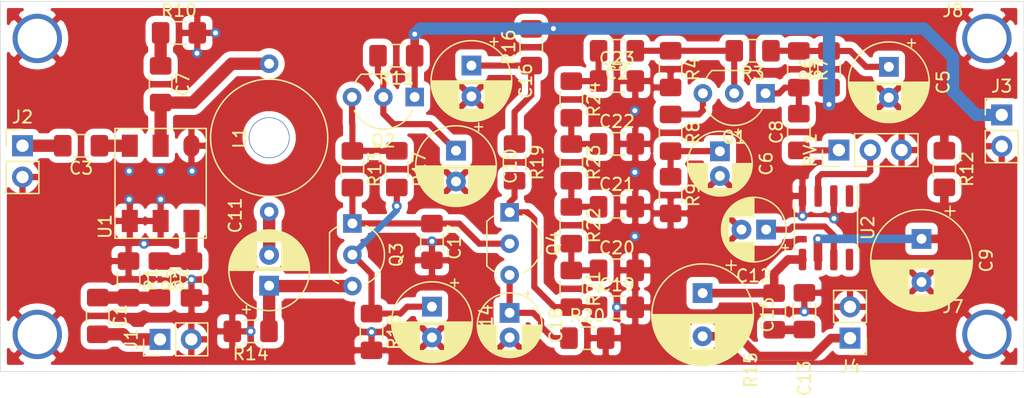
<source format=kicad_pcb>
(kicad_pcb (version 20171130) (host pcbnew 5.1.5+dfsg1-2build2)
  (layers (0 F.Cu signal) (31 B.Cu signal) (34 B.Paste user) (35 F.Paste user) (36 B.SilkS user) (37 F.SilkS user) (38 B.Mask user) (39 F.Mask user) (44 Edge.Cuts user))
  (net 0 "")
  (net 1 "Net-(C1-Pad2)")
  (net 2 "Net-(C1-Pad1)")
  (net 3 /RAW_AUDIO)
  (net 4 "Net-(C2-Pad1)")
  (net 5 /RF)
  (net 6 "Net-(C3-Pad1)")
  (net 7 GND)
  (net 8 +12V)
  (net 9 "Net-(C5-Pad1)")
  (net 10 "Net-(C6-Pad1)")
  (net 11 "Net-(C7-Pad1)")
  (net 12 /IF)
  (net 13 "Net-(C8-Pad1)")
  (net 14 "Net-(C8-Pad2)")
  (net 15 "Net-(C10-Pad1)")
  (net 16 "Net-(C11-Pad2)")
  (net 17 "Net-(C11-Pad1)")
  (net 18 "Net-(C13-Pad1)")
  (net 19 "Net-(C14-Pad1)")
  (net 20 /AUDIO_OUT)
  (net 21 "Net-(C16-Pad1)")
  (net 22 "Net-(C17-Pad1)")
  (net 23 "Net-(C18-Pad1)")
  (net 24 "Net-(C19-Pad1)")
  (net 25 "Net-(C20-Pad1)")
  (net 26 "Net-(C21-Pad1)")
  (net 27 "Net-(C22-Pad1)")
  (net 28 "Net-(Q1-Pad3)")
  (net 29 "Net-(Q2-Pad3)")
  (net 30 /LO)
  (net 31 "Net-(RV1-Pad2)")
  (net 32 "Net-(C9-Pad1)")
  (net 33 "Net-(C12-Pad1)")
  (net 34 "Net-(C15-Pad1)")
  (module dc_receiver:ft37-43-choke (layer F.Cu) (at 59.1 30.05 90)
    (fp_text reference L1 (at 0 -2.4 90) (layer F.SilkS))
    (fp_text value "FT37-43 20T")
    (pad "" np_thru_hole circle (at 0 0 90) (size 3.3 3.3) (drill 3.2) (layers *.Cu))
    (pad 2 thru_hole circle (at -6 0 90) (size 1.5 1.5) (drill 0.8) (layers *.Cu *.Mask) (net 16 "Net-(C11-Pad2)"))
    (pad 1 thru_hole circle (at 6 0 90) (size 1.5 1.5) (drill 0.8) (layers *.Cu *.Mask) (net 12 /IF))
  )
  (module Capacitor_SMD:C_1206_3216Metric_Pad1.42x1.75mm_HandSolder (layer F.Cu) (at 45.2 44.5 270)
    (fp_text reference C1 (at 0 -1.82 90) (layer F.SilkS))
    (fp_text value 10n)
    (pad 2 smd roundrect (at 1.4875 0 270) (size 1.425 1.75) (layers F.Cu F.Paste F.Mask) (roundrect_rratio 0.175439) (net 1 "Net-(C1-Pad2)"))
    (pad 1 smd roundrect (at -1.4875 0 270) (size 1.425 1.75) (layers F.Cu F.Paste F.Mask) (roundrect_rratio 0.175439) (net 2 "Net-(C1-Pad1)"))
  )
  (module Capacitor_SMD:C_1206_3216Metric_Pad1.42x1.75mm_HandSolder (layer F.Cu) (at 87.3 23 180)
    (fp_text reference C2 (at 0 -1.82) (layer F.SilkS))
    (fp_text value 0.220n)
    (pad 2 smd roundrect (at 1.4875 0 180) (size 1.425 1.75) (layers F.Cu F.Paste F.Mask) (roundrect_rratio 0.175439) (net 3 /RAW_AUDIO))
    (pad 1 smd roundrect (at -1.4875 0 180) (size 1.425 1.75) (layers F.Cu F.Paste F.Mask) (roundrect_rratio 0.175439) (net 4 "Net-(C2-Pad1)"))
  )
  (module Capacitor_SMD:C_1206_3216Metric_Pad1.42x1.75mm_HandSolder (layer F.Cu) (at 43.85 30.7 180)
    (fp_text reference C3 (at 0 -1.82) (layer F.SilkS))
    (fp_text value 100n)
    (pad 2 smd roundrect (at 1.4875 0 180) (size 1.425 1.75) (layers F.Cu F.Paste F.Mask) (roundrect_rratio 0.175439) (net 5 /RF))
    (pad 1 smd roundrect (at -1.4875 0 180) (size 1.425 1.75) (layers F.Cu F.Paste F.Mask) (roundrect_rratio 0.175439) (net 6 "Net-(C3-Pad1)"))
  )
  (module Capacitor_THT:CP_Radial_D6.3mm_P2.50mm (layer F.Cu) (at 109.35 24.3 270)
    (fp_text reference C5 (at 1.25 -4.4 90) (layer F.SilkS))
    (fp_text value 22u)
    (pad 1 thru_hole rect (at 0 0 270) (size 1.6 1.6) (drill 0.8) (layers *.Cu *.Mask) (net 9 "Net-(C5-Pad1)"))
    (pad 2 thru_hole circle (at 2.5 0 270) (size 1.6 1.6) (drill 0.8) (layers *.Cu *.Mask) (net 7 GND))
  )
  (module Capacitor_THT:CP_Radial_D5.0mm_P2.00mm (layer F.Cu) (at 95.65 31.15 270)
    (fp_text reference C6 (at 1 -3.75 90) (layer F.SilkS))
    (fp_text value 10u)
    (pad 2 thru_hole circle (at 2 0 270) (size 1.6 1.6) (drill 0.8) (layers *.Cu *.Mask) (net 7 GND))
    (pad 1 thru_hole rect (at 0 0 270) (size 1.6 1.6) (drill 0.8) (layers *.Cu *.Mask) (net 10 "Net-(C6-Pad1)"))
  )
  (module Capacitor_SMD:C_1206_3216Metric_Pad1.42x1.75mm_HandSolder (layer F.Cu) (at 50.3 25.7125 270)
    (fp_text reference C7 (at 0 -1.82 90) (layer F.SilkS))
    (fp_text value 100n)
    (pad 1 smd roundrect (at -1.4875 0 270) (size 1.425 1.75) (layers F.Cu F.Paste F.Mask) (roundrect_rratio 0.175439) (net 11 "Net-(C7-Pad1)"))
    (pad 2 smd roundrect (at 1.4875 0 270) (size 1.425 1.75) (layers F.Cu F.Paste F.Mask) (roundrect_rratio 0.175439) (net 12 /IF))
  )
  (module Capacitor_SMD:C_1206_3216Metric_Pad1.42x1.75mm_HandSolder (layer F.Cu) (at 102.05 29.5875 90)
    (fp_text reference C8 (at 0 -1.82 90) (layer F.SilkS))
    (fp_text value 1u)
    (pad 1 smd roundrect (at -1.4875 0 90) (size 1.425 1.75) (layers F.Cu F.Paste F.Mask) (roundrect_rratio 0.175439) (net 13 "Net-(C8-Pad1)"))
    (pad 2 smd roundrect (at 1.4875 0 90) (size 1.425 1.75) (layers F.Cu F.Paste F.Mask) (roundrect_rratio 0.175439) (net 14 "Net-(C8-Pad2)"))
  )
  (module Capacitor_THT:CP_Radial_D8.0mm_P3.50mm (layer F.Cu) (at 112 38.25 270)
    (fp_text reference C9 (at 1.75 -5.25 90) (layer F.SilkS))
    (fp_text value 100u)
    (pad 1 thru_hole rect (at 0 0 270) (size 1.6 1.6) (drill 0.8) (layers *.Cu *.Mask) (net 32 "Net-(C9-Pad1)"))
    (pad 2 thru_hole circle (at 3.5 0 270) (size 1.6 1.6) (drill 0.8) (layers *.Cu *.Mask) (net 7 GND))
  )
  (module Capacitor_THT:CP_Radial_D6.3mm_P2.50mm (layer F.Cu) (at 74.25 31.1 270)
    (fp_text reference C10 (at 1.25 -4.4 90) (layer F.SilkS))
    (fp_text value 22u)
    (pad 2 thru_hole circle (at 2.5 0 270) (size 1.6 1.6) (drill 0.8) (layers *.Cu *.Mask) (net 7 GND))
    (pad 1 thru_hole rect (at 0 0 270) (size 1.6 1.6) (drill 0.8) (layers *.Cu *.Mask) (net 15 "Net-(C10-Pad1)"))
  )
  (module Capacitor_THT:CP_Radial_D6.3mm_P2.50mm (layer F.Cu) (at 59.1 42.05 90)
    (fp_text reference C11 (at 5.7 -2.75 90) (layer F.SilkS))
    (fp_text value 22u)
    (pad 2 thru_hole circle (at 2.5 0 90) (size 1.6 1.6) (drill 0.8) (layers *.Cu *.Mask) (net 16 "Net-(C11-Pad2)"))
    (pad 1 thru_hole rect (at 0 0 90) (size 1.6 1.6) (drill 0.8) (layers *.Cu *.Mask) (net 17 "Net-(C11-Pad1)"))
  )
  (module Capacitor_THT:CP_Radial_D5.0mm_P2.00mm (layer F.Cu) (at 99.4 37.5 180)
    (fp_text reference C12 (at 1 -3.75) (layer F.SilkS))
    (fp_text value 10u)
    (pad 1 thru_hole rect (at 0 0 180) (size 1.6 1.6) (drill 0.8) (layers *.Cu *.Mask) (net 33 "Net-(C12-Pad1)"))
    (pad 2 thru_hole circle (at 2 0 180) (size 1.6 1.6) (drill 0.8) (layers *.Cu *.Mask) (net 7 GND))
  )
  (module Capacitor_SMD:C_1206_3216Metric_Pad1.42x1.75mm_HandSolder (layer F.Cu) (at 102.5 44.1125 90)
    (fp_text reference C13 (at -5.45 0 90) (layer F.SilkS))
    (fp_text value 100n)
    (pad 1 smd roundrect (at -1.4875 0 90) (size 1.425 1.75) (layers F.Cu F.Paste F.Mask) (roundrect_rratio 0.175439) (net 18 "Net-(C13-Pad1)"))
    (pad 2 smd roundrect (at 1.4875 0 90) (size 1.425 1.75) (layers F.Cu F.Paste F.Mask) (roundrect_rratio 0.175439) (net 7 GND))
  )
  (module Capacitor_THT:CP_Radial_D6.3mm_P2.50mm (layer F.Cu) (at 72.3 43.75 270)
    (fp_text reference C14 (at 1.25 -4.4 90) (layer F.SilkS))
    (fp_text value 22u)
    (pad 1 thru_hole rect (at 0 0 270) (size 1.6 1.6) (drill 0.8) (layers *.Cu *.Mask) (net 19 "Net-(C14-Pad1)"))
    (pad 2 thru_hole circle (at 2.5 0 270) (size 1.6 1.6) (drill 0.8) (layers *.Cu *.Mask) (net 7 GND))
  )
  (module Capacitor_THT:CP_Radial_D8.0mm_P3.50mm (layer F.Cu) (at 94.25 42.65 270)
    (fp_text reference C15 (at 1.75 -5.25 90) (layer F.SilkS))
    (fp_text value 100u)
    (pad 2 thru_hole circle (at 3.5 0 270) (size 1.6 1.6) (drill 0.8) (layers *.Cu *.Mask) (net 20 /AUDIO_OUT))
    (pad 1 thru_hole rect (at 0 0 270) (size 1.6 1.6) (drill 0.8) (layers *.Cu *.Mask) (net 34 "Net-(C15-Pad1)"))
  )
  (module Capacitor_THT:CP_Radial_D6.3mm_P2.50mm (layer F.Cu) (at 75.5 24.2 270)
    (fp_text reference C16 (at 1.25 -4.4 90) (layer F.SilkS))
    (fp_text value 22u)
    (pad 1 thru_hole rect (at 0 0 270) (size 1.6 1.6) (drill 0.8) (layers *.Cu *.Mask) (net 21 "Net-(C16-Pad1)"))
    (pad 2 thru_hole circle (at 2.5 0 270) (size 1.6 1.6) (drill 0.8) (layers *.Cu *.Mask) (net 7 GND))
  )
  (module Capacitor_SMD:C_1206_3216Metric_Pad1.42x1.75mm_HandSolder (layer F.Cu) (at 72.3 38.5 270)
    (fp_text reference C17 (at 0 -1.82 90) (layer F.SilkS))
    (fp_text value 22n)
    (pad 1 smd roundrect (at -1.4875 0 270) (size 1.425 1.75) (layers F.Cu F.Paste F.Mask) (roundrect_rratio 0.175439) (net 22 "Net-(C17-Pad1)"))
    (pad 2 smd roundrect (at 1.4875 0 270) (size 1.425 1.75) (layers F.Cu F.Paste F.Mask) (roundrect_rratio 0.175439) (net 7 GND))
  )
  (module Capacitor_THT:CP_Radial_D5.0mm_P2.00mm (layer F.Cu) (at 78.6 44.25 270)
    (fp_text reference C18 (at 1 -3.75 90) (layer F.SilkS))
    (fp_text value 10u)
    (pad 1 thru_hole rect (at 0 0 270) (size 1.6 1.6) (drill 0.8) (layers *.Cu *.Mask) (net 23 "Net-(C18-Pad1)"))
    (pad 2 thru_hole circle (at 2 0 270) (size 1.6 1.6) (drill 0.8) (layers *.Cu *.Mask) (net 7 GND))
  )
  (module Capacitor_SMD:C_1206_3216Metric_Pad1.42x1.75mm_HandSolder (layer F.Cu) (at 87.3 43.8)
    (fp_text reference C19 (at 0 -1.82) (layer F.SilkS))
    (fp_text value 10n)
    (pad 1 smd roundrect (at -1.4875 0) (size 1.425 1.75) (layers F.Cu F.Paste F.Mask) (roundrect_rratio 0.175439) (net 24 "Net-(C19-Pad1)"))
    (pad 2 smd roundrect (at 1.4875 0) (size 1.425 1.75) (layers F.Cu F.Paste F.Mask) (roundrect_rratio 0.175439) (net 7 GND))
  )
  (module Capacitor_SMD:C_1206_3216Metric_Pad1.42x1.75mm_HandSolder (layer F.Cu) (at 87.3 40.8)
    (fp_text reference C20 (at 0 -1.82) (layer F.SilkS))
    (fp_text value 10n)
    (pad 1 smd roundrect (at -1.4875 0) (size 1.425 1.75) (layers F.Cu F.Paste F.Mask) (roundrect_rratio 0.175439) (net 25 "Net-(C20-Pad1)"))
    (pad 2 smd roundrect (at 1.4875 0) (size 1.425 1.75) (layers F.Cu F.Paste F.Mask) (roundrect_rratio 0.175439) (net 7 GND))
  )
  (module Capacitor_SMD:C_1206_3216Metric_Pad1.42x1.75mm_HandSolder (layer F.Cu) (at 87.3 35.65)
    (fp_text reference C21 (at 0 -1.82) (layer F.SilkS))
    (fp_text value 10n)
    (pad 2 smd roundrect (at 1.4875 0) (size 1.425 1.75) (layers F.Cu F.Paste F.Mask) (roundrect_rratio 0.175439) (net 7 GND))
    (pad 1 smd roundrect (at -1.4875 0) (size 1.425 1.75) (layers F.Cu F.Paste F.Mask) (roundrect_rratio 0.175439) (net 26 "Net-(C21-Pad1)"))
  )
  (module Capacitor_SMD:C_1206_3216Metric_Pad1.42x1.75mm_HandSolder (layer F.Cu) (at 87.3 30.55)
    (fp_text reference C22 (at 0 -1.82) (layer F.SilkS))
    (fp_text value 10n)
    (pad 2 smd roundrect (at 1.4875 0) (size 1.425 1.75) (layers F.Cu F.Paste F.Mask) (roundrect_rratio 0.175439) (net 7 GND))
    (pad 1 smd roundrect (at -1.4875 0) (size 1.425 1.75) (layers F.Cu F.Paste F.Mask) (roundrect_rratio 0.175439) (net 27 "Net-(C22-Pad1)"))
  )
  (module Capacitor_SMD:C_1206_3216Metric_Pad1.42x1.75mm_HandSolder (layer F.Cu) (at 87.3 25.45)
    (fp_text reference C23 (at 0 -1.82) (layer F.SilkS))
    (fp_text value 10n)
    (pad 2 smd roundrect (at 1.4875 0) (size 1.425 1.75) (layers F.Cu F.Paste F.Mask) (roundrect_rratio 0.175439) (net 7 GND))
    (pad 1 smd roundrect (at -1.4875 0) (size 1.425 1.75) (layers F.Cu F.Paste F.Mask) (roundrect_rratio 0.175439) (net 3 /RAW_AUDIO))
  )
  (module Connector_PinHeader_2.54mm:PinHeader_1x02_P2.54mm_Vertical (layer F.Cu) (at 50.25 46.4 90)
    (fp_text reference J1 (at 0 -2.33 90) (layer F.SilkS))
    (fp_text value Conn_01x02)
    (pad 2 thru_hole oval (at 0 2.54 90) (size 1.7 1.7) (drill 1) (layers *.Cu *.Mask) (net 7 GND))
    (pad 1 thru_hole rect (at 0 0 90) (size 1.7 1.7) (drill 1) (layers *.Cu *.Mask) (net 1 "Net-(C1-Pad2)"))
  )
  (module Connector_PinHeader_2.54mm:PinHeader_1x02_P2.54mm_Vertical (layer F.Cu) (at 118.5 28.2)
    (fp_text reference J3 (at 0 -2.33) (layer F.SilkS))
    (fp_text value Conn_01x02)
    (pad 1 thru_hole rect (at 0 0) (size 1.7 1.7) (drill 1) (layers *.Cu *.Mask) (net 8 +12V))
    (pad 2 thru_hole oval (at 0 2.54) (size 1.7 1.7) (drill 1) (layers *.Cu *.Mask) (net 7 GND))
  )
  (module Connector_PinHeader_2.54mm:PinHeader_1x02_P2.54mm_Vertical (layer F.Cu) (at 106.2 46.3 180)
    (fp_text reference J4 (at 0 -2.33) (layer F.SilkS))
    (fp_text value Conn_01x02)
    (pad 2 thru_hole oval (at 0 2.54 180) (size 1.7 1.7) (drill 1) (layers *.Cu *.Mask) (net 7 GND))
    (pad 1 thru_hole rect (at 0 0 180) (size 1.7 1.7) (drill 1) (layers *.Cu *.Mask) (net 20 /AUDIO_OUT))
  )
  (module Package_TO_SOT_THT:TO-92_Inline_Wide (layer F.Cu) (at 99.35 26.45 180)
    (fp_text reference Q1 (at 2.54 -3.56) (layer F.SilkS))
    (fp_text value BC548)
    (pad 1 thru_hole rect (at 0 0 270) (size 1.5 1.5) (drill 0.8) (layers *.Cu *.Mask) (net 14 "Net-(C8-Pad2)"))
    (pad 3 thru_hole circle (at 5.08 0 270) (size 1.5 1.5) (drill 0.8) (layers *.Cu *.Mask) (net 28 "Net-(Q1-Pad3)"))
    (pad 2 thru_hole circle (at 2.54 0 270) (size 1.5 1.5) (drill 0.8) (layers *.Cu *.Mask) (net 4 "Net-(C2-Pad1)"))
  )
  (module Package_TO_SOT_THT:TO-92_Inline_Wide (layer F.Cu) (at 70.9 26.75 180)
    (fp_text reference Q2 (at 2.54 -3.56) (layer F.SilkS))
    (fp_text value BC548)
    (pad 1 thru_hole rect (at 0 0 270) (size 1.5 1.5) (drill 0.8) (layers *.Cu *.Mask) (net 8 +12V))
    (pad 3 thru_hole circle (at 5.08 0 270) (size 1.5 1.5) (drill 0.8) (layers *.Cu *.Mask) (net 29 "Net-(Q2-Pad3)"))
    (pad 2 thru_hole circle (at 2.54 0 270) (size 1.5 1.5) (drill 0.8) (layers *.Cu *.Mask) (net 15 "Net-(C10-Pad1)"))
  )
  (module Package_TO_SOT_THT:TO-92_Inline_Wide (layer F.Cu) (at 65.85 37 270)
    (fp_text reference Q3 (at 2.54 -3.56 90) (layer F.SilkS))
    (fp_text value BC548)
    (pad 2 thru_hole circle (at 2.54 0) (size 1.5 1.5) (drill 0.8) (layers *.Cu *.Mask) (net 19 "Net-(C14-Pad1)"))
    (pad 3 thru_hole circle (at 5.08 0) (size 1.5 1.5) (drill 0.8) (layers *.Cu *.Mask) (net 17 "Net-(C11-Pad1)"))
    (pad 1 thru_hole rect (at 0 0) (size 1.5 1.5) (drill 0.8) (layers *.Cu *.Mask) (net 22 "Net-(C17-Pad1)"))
  )
  (module Package_TO_SOT_THT:TO-92_Inline_Wide (layer F.Cu) (at 78.6 36.1 270)
    (fp_text reference Q4 (at 2.54 -3.56 90) (layer F.SilkS))
    (fp_text value BC548)
    (pad 2 thru_hole circle (at 2.54 0) (size 1.5 1.5) (drill 0.8) (layers *.Cu *.Mask) (net 22 "Net-(C17-Pad1)"))
    (pad 3 thru_hole circle (at 5.08 0) (size 1.5 1.5) (drill 0.8) (layers *.Cu *.Mask) (net 23 "Net-(C18-Pad1)"))
    (pad 1 thru_hole rect (at 0 0) (size 1.5 1.5) (drill 0.8) (layers *.Cu *.Mask) (net 24 "Net-(C19-Pad1)"))
  )
  (module Resistor_SMD:R_1206_3216Metric_Pad1.42x1.75mm_HandSolder (layer F.Cu) (at 47.7 41.5375 270)
    (fp_text reference R1 (at 0 -1.82 90) (layer F.SilkS))
    (fp_text value 270)
    (pad 2 smd roundrect (at 1.4875 0 270) (size 1.425 1.75) (layers F.Cu F.Paste F.Mask) (roundrect_rratio 0.175439) (net 2 "Net-(C1-Pad1)"))
    (pad 1 smd roundrect (at -1.4875 0 270) (size 1.425 1.75) (layers F.Cu F.Paste F.Mask) (roundrect_rratio 0.175439) (net 7 GND))
  )
  (module Resistor_SMD:R_1206_3216Metric_Pad1.42x1.75mm_HandSolder (layer F.Cu) (at 50.2 41.5375 270)
    (fp_text reference R2 (at 0 -1.82 90) (layer F.SilkS))
    (fp_text value 18)
    (pad 1 smd roundrect (at -1.4875 0 270) (size 1.425 1.75) (layers F.Cu F.Paste F.Mask) (roundrect_rratio 0.175439) (net 30 /LO))
    (pad 2 smd roundrect (at 1.4875 0 270) (size 1.425 1.75) (layers F.Cu F.Paste F.Mask) (roundrect_rratio 0.175439) (net 2 "Net-(C1-Pad1)"))
  )
  (module Resistor_SMD:R_1206_3216Metric_Pad1.42x1.75mm_HandSolder (layer F.Cu) (at 98.3 23 180)
    (fp_text reference R3 (at 0 -1.82) (layer F.SilkS))
    (fp_text value 91k)
    (pad 1 smd roundrect (at -1.4875 0 180) (size 1.425 1.75) (layers F.Cu F.Paste F.Mask) (roundrect_rratio 0.175439) (net 9 "Net-(C5-Pad1)"))
    (pad 2 smd roundrect (at 1.4875 0 180) (size 1.425 1.75) (layers F.Cu F.Paste F.Mask) (roundrect_rratio 0.175439) (net 4 "Net-(C2-Pad1)"))
  )
  (module Resistor_SMD:R_1206_3216Metric_Pad1.42x1.75mm_HandSolder (layer F.Cu) (at 91.65 24.4875 270)
    (fp_text reference R4 (at 0 -1.82 90) (layer F.SilkS))
    (fp_text value 10k)
    (pad 1 smd roundrect (at -1.4875 0 270) (size 1.425 1.75) (layers F.Cu F.Paste F.Mask) (roundrect_rratio 0.175439) (net 4 "Net-(C2-Pad1)"))
    (pad 2 smd roundrect (at 1.4875 0 270) (size 1.425 1.75) (layers F.Cu F.Paste F.Mask) (roundrect_rratio 0.175439) (net 7 GND))
  )
  (module Resistor_SMD:R_1206_3216Metric_Pad1.42x1.75mm_HandSolder (layer F.Cu) (at 52.8 41.55 90)
    (fp_text reference R5 (at 0 -1.82 90) (layer F.SilkS))
    (fp_text value 270)
    (pad 1 smd roundrect (at -1.4875 0 90) (size 1.425 1.75) (layers F.Cu F.Paste F.Mask) (roundrect_rratio 0.175439) (net 7 GND))
    (pad 2 smd roundrect (at 1.4875 0 90) (size 1.425 1.75) (layers F.Cu F.Paste F.Mask) (roundrect_rratio 0.175439) (net 30 /LO))
  )
  (module Resistor_SMD:R_1206_3216Metric_Pad1.42x1.75mm_HandSolder (layer F.Cu) (at 104.5 24.5 90)
    (fp_text reference R6 (at 0 -1.82 90) (layer F.SilkS))
    (fp_text value 1k)
    (pad 2 smd roundrect (at 1.4875 0 90) (size 1.425 1.75) (layers F.Cu F.Paste F.Mask) (roundrect_rratio 0.175439) (net 9 "Net-(C5-Pad1)"))
    (pad 1 smd roundrect (at -1.4875 0 90) (size 1.425 1.75) (layers F.Cu F.Paste F.Mask) (roundrect_rratio 0.175439) (net 8 +12V))
  )
  (module Resistor_SMD:R_1206_3216Metric_Pad1.42x1.75mm_HandSolder (layer F.Cu) (at 102.05 24.5 270)
    (fp_text reference R7 (at 0 -1.82 90) (layer F.SilkS))
    (fp_text value 4.7k)
    (pad 2 smd roundrect (at 1.4875 0 270) (size 1.425 1.75) (layers F.Cu F.Paste F.Mask) (roundrect_rratio 0.175439) (net 14 "Net-(C8-Pad2)"))
    (pad 1 smd roundrect (at -1.4875 0 270) (size 1.425 1.75) (layers F.Cu F.Paste F.Mask) (roundrect_rratio 0.175439) (net 9 "Net-(C5-Pad1)"))
  )
  (module Resistor_SMD:R_1206_3216Metric_Pad1.42x1.75mm_HandSolder (layer F.Cu) (at 91.65 29.65 270)
    (fp_text reference R8 (at 0 -1.82 90) (layer F.SilkS))
    (fp_text value 100)
    (pad 2 smd roundrect (at 1.4875 0 270) (size 1.425 1.75) (layers F.Cu F.Paste F.Mask) (roundrect_rratio 0.175439) (net 10 "Net-(C6-Pad1)"))
    (pad 1 smd roundrect (at -1.4875 0 270) (size 1.425 1.75) (layers F.Cu F.Paste F.Mask) (roundrect_rratio 0.175439) (net 28 "Net-(Q1-Pad3)"))
  )
  (module Resistor_SMD:R_1206_3216Metric_Pad1.42x1.75mm_HandSolder (layer F.Cu) (at 91.65 34.7 270)
    (fp_text reference R9 (at 0 -1.82 90) (layer F.SilkS))
    (fp_text value 390)
    (pad 2 smd roundrect (at 1.4875 0 270) (size 1.425 1.75) (layers F.Cu F.Paste F.Mask) (roundrect_rratio 0.175439) (net 7 GND))
    (pad 1 smd roundrect (at -1.4875 0 270) (size 1.425 1.75) (layers F.Cu F.Paste F.Mask) (roundrect_rratio 0.175439) (net 10 "Net-(C6-Pad1)"))
  )
  (module Resistor_SMD:R_1206_3216Metric_Pad1.42x1.75mm_HandSolder (layer F.Cu) (at 51.7875 21.55)
    (fp_text reference R10 (at 0 -1.82) (layer F.SilkS))
    (fp_text value 51)
    (pad 1 smd roundrect (at -1.4875 0) (size 1.425 1.75) (layers F.Cu F.Paste F.Mask) (roundrect_rratio 0.175439) (net 11 "Net-(C7-Pad1)"))
    (pad 2 smd roundrect (at 1.4875 0) (size 1.425 1.75) (layers F.Cu F.Paste F.Mask) (roundrect_rratio 0.175439) (net 7 GND))
  )
  (module Resistor_SMD:R_1206_3216Metric_Pad1.42x1.75mm_HandSolder (layer F.Cu) (at 69.4125 23.4 180)
    (fp_text reference R11 (at 0 -1.82) (layer F.SilkS))
    (fp_text value 100k)
    (pad 2 smd roundrect (at 1.4875 0 180) (size 1.425 1.75) (layers F.Cu F.Paste F.Mask) (roundrect_rratio 0.175439) (net 15 "Net-(C10-Pad1)"))
    (pad 1 smd roundrect (at -1.4875 0 180) (size 1.425 1.75) (layers F.Cu F.Paste F.Mask) (roundrect_rratio 0.175439) (net 8 +12V))
  )
  (module Resistor_SMD:R_1206_3216Metric_Pad1.42x1.75mm_HandSolder (layer F.Cu) (at 113.85 32.5875 270)
    (fp_text reference R12 (at 0 -1.82 90) (layer F.SilkS))
    (fp_text value 10)
    (pad 2 smd roundrect (at 1.4875 0 270) (size 1.425 1.75) (layers F.Cu F.Paste F.Mask) (roundrect_rratio 0.175439) (net 32 "Net-(C9-Pad1)"))
    (pad 1 smd roundrect (at -1.4875 0 270) (size 1.425 1.75) (layers F.Cu F.Paste F.Mask) (roundrect_rratio 0.175439) (net 8 +12V))
  )
  (module Resistor_SMD:R_1206_3216Metric_Pad1.42x1.75mm_HandSolder (layer F.Cu) (at 65.85 32.6125 270)
    (fp_text reference R13 (at 0 -1.82 90) (layer F.SilkS))
    (fp_text value 10k)
    (pad 2 smd roundrect (at 1.4875 0 270) (size 1.425 1.75) (layers F.Cu F.Paste F.Mask) (roundrect_rratio 0.175439) (net 22 "Net-(C17-Pad1)"))
    (pad 1 smd roundrect (at -1.4875 0 270) (size 1.425 1.75) (layers F.Cu F.Paste F.Mask) (roundrect_rratio 0.175439) (net 29 "Net-(Q2-Pad3)"))
  )
  (module Resistor_SMD:R_1206_3216Metric_Pad1.42x1.75mm_HandSolder (layer F.Cu) (at 57.6 45.75 180)
    (fp_text reference R14 (at 0 -1.82) (layer F.SilkS))
    (fp_text value 2.2k)
    (pad 1 smd roundrect (at -1.4875 0 180) (size 1.425 1.75) (layers F.Cu F.Paste F.Mask) (roundrect_rratio 0.175439) (net 17 "Net-(C11-Pad1)"))
    (pad 2 smd roundrect (at 1.4875 0 180) (size 1.425 1.75) (layers F.Cu F.Paste F.Mask) (roundrect_rratio 0.175439) (net 7 GND))
  )
  (module Resistor_SMD:R_1206_3216Metric_Pad1.42x1.75mm_HandSolder (layer F.Cu) (at 100.05 44.1375 270)
    (fp_text reference R15 (at 4.75 1.9 90) (layer F.SilkS))
    (fp_text value 10)
    (pad 1 smd roundrect (at -1.4875 0 270) (size 1.425 1.75) (layers F.Cu F.Paste F.Mask) (roundrect_rratio 0.175439) (net 34 "Net-(C15-Pad1)"))
    (pad 2 smd roundrect (at 1.4875 0 270) (size 1.425 1.75) (layers F.Cu F.Paste F.Mask) (roundrect_rratio 0.175439) (net 18 "Net-(C13-Pad1)"))
  )
  (module Resistor_SMD:R_1206_3216Metric_Pad1.42x1.75mm_HandSolder (layer F.Cu) (at 80.35 22.7125 90)
    (fp_text reference R16 (at 0 -1.82 90) (layer F.SilkS))
    (fp_text value 1k)
    (pad 2 smd roundrect (at 1.4875 0 90) (size 1.425 1.75) (layers F.Cu F.Paste F.Mask) (roundrect_rratio 0.175439) (net 8 +12V))
    (pad 1 smd roundrect (at -1.4875 0 90) (size 1.425 1.75) (layers F.Cu F.Paste F.Mask) (roundrect_rratio 0.175439) (net 21 "Net-(C16-Pad1)"))
  )
  (module Resistor_SMD:R_1206_3216Metric_Pad1.42x1.75mm_HandSolder (layer F.Cu) (at 69.45 32.6 270)
    (fp_text reference R17 (at 0 -1.82 90) (layer F.SilkS))
    (fp_text value 100k)
    (pad 1 smd roundrect (at -1.4875 0 270) (size 1.425 1.75) (layers F.Cu F.Paste F.Mask) (roundrect_rratio 0.175439) (net 29 "Net-(Q2-Pad3)"))
    (pad 2 smd roundrect (at 1.4875 0 270) (size 1.425 1.75) (layers F.Cu F.Paste F.Mask) (roundrect_rratio 0.175439) (net 19 "Net-(C14-Pad1)"))
  )
  (module Resistor_SMD:R_1206_3216Metric_Pad1.42x1.75mm_HandSolder (layer F.Cu) (at 67.4 45.8 270)
    (fp_text reference R18 (at 0 -1.82 90) (layer F.SilkS))
    (fp_text value 22k)
    (pad 2 smd roundrect (at 1.4875 0 270) (size 1.425 1.75) (layers F.Cu F.Paste F.Mask) (roundrect_rratio 0.175439) (net 7 GND))
    (pad 1 smd roundrect (at -1.4875 0 270) (size 1.425 1.75) (layers F.Cu F.Paste F.Mask) (roundrect_rratio 0.175439) (net 19 "Net-(C14-Pad1)"))
  )
  (module Resistor_SMD:R_1206_3216Metric_Pad1.42x1.75mm_HandSolder (layer F.Cu) (at 79 32.05 270)
    (fp_text reference R19 (at 0 -1.82 90) (layer F.SilkS))
    (fp_text value 4.7k)
    (pad 1 smd roundrect (at -1.4875 0 270) (size 1.425 1.75) (layers F.Cu F.Paste F.Mask) (roundrect_rratio 0.175439) (net 21 "Net-(C16-Pad1)"))
    (pad 2 smd roundrect (at 1.4875 0 270) (size 1.425 1.75) (layers F.Cu F.Paste F.Mask) (roundrect_rratio 0.175439) (net 24 "Net-(C19-Pad1)"))
  )
  (module Resistor_SMD:R_1206_3216Metric_Pad1.42x1.75mm_HandSolder (layer F.Cu) (at 84.9 46.3)
    (fp_text reference R20 (at 0 -1.82) (layer F.SilkS))
    (fp_text value 10k)
    (pad 1 smd roundrect (at -1.4875 0) (size 1.425 1.75) (layers F.Cu F.Paste F.Mask) (roundrect_rratio 0.175439) (net 23 "Net-(C18-Pad1)"))
    (pad 2 smd roundrect (at 1.4875 0) (size 1.425 1.75) (layers F.Cu F.Paste F.Mask) (roundrect_rratio 0.175439) (net 7 GND))
  )
  (module Resistor_SMD:R_1206_3216Metric_Pad1.42x1.75mm_HandSolder (layer F.Cu) (at 83.6 42.3 270)
    (fp_text reference R21 (at 0 -1.82 90) (layer F.SilkS))
    (fp_text value 4.7k)
    (pad 2 smd roundrect (at 1.4875 0 270) (size 1.425 1.75) (layers F.Cu F.Paste F.Mask) (roundrect_rratio 0.175439) (net 24 "Net-(C19-Pad1)"))
    (pad 1 smd roundrect (at -1.4875 0 270) (size 1.425 1.75) (layers F.Cu F.Paste F.Mask) (roundrect_rratio 0.175439) (net 25 "Net-(C20-Pad1)"))
  )
  (module Resistor_SMD:R_1206_3216Metric_Pad1.42x1.75mm_HandSolder (layer F.Cu) (at 83.6 37.15 270)
    (fp_text reference R22 (at 0 -1.82 90) (layer F.SilkS))
    (fp_text value 4.7k)
    (pad 2 smd roundrect (at 1.4875 0 270) (size 1.425 1.75) (layers F.Cu F.Paste F.Mask) (roundrect_rratio 0.175439) (net 25 "Net-(C20-Pad1)"))
    (pad 1 smd roundrect (at -1.4875 0 270) (size 1.425 1.75) (layers F.Cu F.Paste F.Mask) (roundrect_rratio 0.175439) (net 26 "Net-(C21-Pad1)"))
  )
  (module Resistor_SMD:R_1206_3216Metric_Pad1.42x1.75mm_HandSolder (layer F.Cu) (at 83.6 32.05 270)
    (fp_text reference R23 (at 0 -1.82 90) (layer F.SilkS))
    (fp_text value 4.7k)
    (pad 1 smd roundrect (at -1.4875 0 270) (size 1.425 1.75) (layers F.Cu F.Paste F.Mask) (roundrect_rratio 0.175439) (net 27 "Net-(C22-Pad1)"))
    (pad 2 smd roundrect (at 1.4875 0 270) (size 1.425 1.75) (layers F.Cu F.Paste F.Mask) (roundrect_rratio 0.175439) (net 26 "Net-(C21-Pad1)"))
  )
  (module Resistor_SMD:R_1206_3216Metric_Pad1.42x1.75mm_HandSolder (layer F.Cu) (at 83.6 26.95 270)
    (fp_text reference R24 (at 0 -1.82 90) (layer F.SilkS))
    (fp_text value 4.7k)
    (pad 1 smd roundrect (at -1.4875 0 270) (size 1.425 1.75) (layers F.Cu F.Paste F.Mask) (roundrect_rratio 0.175439) (net 3 /RAW_AUDIO))
    (pad 2 smd roundrect (at 1.4875 0 270) (size 1.425 1.75) (layers F.Cu F.Paste F.Mask) (roundrect_rratio 0.175439) (net 27 "Net-(C22-Pad1)"))
  )
  (module Connector_PinHeader_2.54mm:PinHeader_1x03_P2.54mm_Vertical (layer F.Cu) (at 105.3 31.05 90)
    (fp_text reference RV1 (at 0 -2.33 90) (layer F.SilkS))
    (fp_text value 10k)
    (pad 1 thru_hole rect (at 0 0 90) (size 1.7 1.7) (drill 1) (layers *.Cu *.Mask) (net 13 "Net-(C8-Pad1)"))
    (pad 2 thru_hole oval (at 0 2.54 90) (size 1.7 1.7) (drill 1) (layers *.Cu *.Mask) (net 31 "Net-(RV1-Pad2)"))
    (pad 3 thru_hole oval (at 0 5.08 90) (size 1.7 1.7) (drill 1) (layers *.Cu *.Mask) (net 7 GND))
  )
  (module dc_receiver:ERMS-1 (layer F.Cu) (at 52.8 36.8 180)
    (fp_text reference U1 (at 7 -0.45 90) (layer F.SilkS))
    (fp_text value ERMS-1)
    (pad 1 smd rect (at 0 0 180) (size 1.3 1.8) (layers F.Cu F.Paste F.Mask) (net 30 /LO))
    (pad 2 smd rect (at 2.5 0 180) (size 1.3 1.8) (layers F.Cu F.Paste F.Mask) (net 7 GND))
    (pad 3 smd rect (at 5 0 180) (size 1.3 1.8) (layers F.Cu F.Paste F.Mask) (net 7 GND))
    (pad 4 smd rect (at 5 6.1 180) (size 1.3 1.8) (layers F.Cu F.Paste F.Mask) (net 6 "Net-(C3-Pad1)"))
    (pad 5 smd rect (at 2.5 6.1 180) (size 1.3 1.8) (layers F.Cu F.Paste F.Mask) (net 12 /IF))
    (pad 6 smd oval (at 0 6.1 180) (size 1.3 1.8) (layers F.Cu F.Paste F.Mask) (net 7 GND))
  )
  (module Package_SO:SO-8_3.9x4.9mm_P1.27mm (layer F.Cu) (at 104.25 37.35 270)
    (fp_text reference U2 (at 0 -3.4 90) (layer F.SilkS))
    (fp_text value LM386)
    (pad 1 smd roundrect (at -2.575 -1.905 270) (size 1.75 0.6) (layers F.Cu F.Paste F.Mask))
    (pad 2 smd roundrect (at -2.575 -0.635 270) (size 1.75 0.6) (layers F.Cu F.Paste F.Mask) (net 7 GND))
    (pad 3 smd roundrect (at -2.575 0.635 270) (size 1.75 0.6) (layers F.Cu F.Paste F.Mask) (net 31 "Net-(RV1-Pad2)"))
    (pad 4 smd roundrect (at -2.575 1.905 270) (size 1.75 0.6) (layers F.Cu F.Paste F.Mask) (net 7 GND))
    (pad 5 smd roundrect (at 2.575 1.905 270) (size 1.75 0.6) (layers F.Cu F.Paste F.Mask) (net 34 "Net-(C15-Pad1)"))
    (pad 6 smd roundrect (at 2.575 0.635 270) (size 1.75 0.6) (layers F.Cu F.Paste F.Mask) (net 32 "Net-(C9-Pad1)"))
    (pad 7 smd roundrect (at 2.575 -0.635 270) (size 1.75 0.6) (layers F.Cu F.Paste F.Mask) (net 33 "Net-(C12-Pad1)"))
    (pad 8 smd roundrect (at 2.575 -1.905 270) (size 1.75 0.6) (layers F.Cu F.Paste F.Mask))
  )
  (module dc_receiver:HOLE (layer F.Cu) (at 40.3 46)
    (fp_text reference J5 (at 0 0) (layer F.SilkS))
    (fp_text value HOLE)
    (pad 1 thru_hole circle (at 0 0) (size 4 4) (drill 3.2) (layers *.Cu *.Mask) (net 7 GND))
  )
  (module dc_receiver:HOLE (layer F.Cu) (at 40.3 22)
    (fp_text reference J6 (at 0 0) (layer F.SilkS))
    (fp_text value HOLE)
    (pad 1 thru_hole circle (at 0 0) (size 4 4) (drill 3.2) (layers *.Cu *.Mask) (net 7 GND))
  )
  (module dc_receiver:HOLE (layer F.Cu) (at 117.3 46)
    (fp_text reference J7 (at -2.75 -2.25) (layer F.SilkS))
    (fp_text value HOLE)
    (pad 1 thru_hole circle (at 0 0) (size 4 4) (drill 3.2) (layers *.Cu *.Mask) (net 7 GND))
  )
  (module dc_receiver:HOLE (layer F.Cu) (at 117.3 22)
    (fp_text reference J8 (at -2.75 -2.25) (layer F.SilkS))
    (fp_text value HOLE)
    (pad 1 thru_hole circle (at 0 0) (size 4 4) (drill 3.2) (layers *.Cu *.Mask) (net 7 GND))
  )
  (module Connector_PinHeader_2.54mm:PinHeader_1x02_P2.54mm_Vertical (layer F.Cu) (at 39.1 30.7)
    (fp_text reference J2 (at 0 -2.33) (layer F.SilkS))
    (fp_text value Conn_01x02)
    (pad 1 thru_hole rect (at 0 0) (size 1.7 1.7) (drill 1) (layers *.Cu *.Mask) (net 5 /RF))
    (pad 2 thru_hole oval (at 0 2.54) (size 1.7 1.7) (drill 1) (layers *.Cu *.Mask) (net 7 GND))
  )
  (gr_line (start 120.3 19) (end 120.3 49) (layer Edge.Cuts) (width 0.05))
  (gr_line (start 37.3 49) (end 120.3 49) (layer Edge.Cuts) (width 0.05))
  (gr_line (start 37.3 19) (end 120.3 19) (layer Edge.Cuts) (width 0.05))
  (gr_line (start 37.3 19) (end 37.3 49) (layer Edge.Cuts) (width 0.05))
  (via (at 102.35 36.4) (size 0.8) (drill 0.4) (layers F.Cu B.Cu) (net 0))
  (segment (start 45.2 45.9875) (end 47.2375 45.9875) (width 1) (layer F.Cu) (net 1))
  (segment (start 47.65 46.4) (end 50.25 46.4) (width 1) (layer F.Cu) (net 1))
  (segment (start 47.2375 45.9875) (end 47.65 46.4) (width 1) (layer F.Cu) (net 1))
  (segment (start 50.2 43.025) (end 47.7 43.025) (width 1) (layer F.Cu) (net 2))
  (segment (start 47.6875 43.0125) (end 47.7 43.025) (width 1) (layer F.Cu) (net 2))
  (segment (start 45.2 43.0125) (end 47.6875 43.0125) (width 1) (layer F.Cu) (net 2))
  (segment (start 85.8 25.4625) (end 85.8125 25.45) (width 0.5) (layer F.Cu) (net 3))
  (segment (start 83.6 25.4625) (end 85.8 25.4625) (width 0.5) (layer F.Cu) (net 3))
  (segment (start 85.8125 23) (end 85.8125 25.45) (width 0.5) (layer F.Cu) (net 3))
  (segment (start 88.7875 23) (end 91.65 23) (width 0.5) (layer F.Cu) (net 4))
  (segment (start 91.65 23) (end 96.8125 23) (width 0.5) (layer F.Cu) (net 4))
  (segment (start 96.81 23.0025) (end 96.8125 23) (width 0.5) (layer F.Cu) (net 4))
  (segment (start 96.81 26.45) (end 96.81 23.0025) (width 0.5) (layer F.Cu) (net 4))
  (segment (start 42.3625 30.7) (end 39.1 30.7) (width 1) (layer F.Cu) (net 5))
  (segment (start 45.3375 30.7) (end 47.8 30.7) (width 1) (layer F.Cu) (net 6))
  (via (at 52.85 32.75) (size 0.8) (drill 0.4) (layers F.Cu B.Cu) (net 7))
  (via (at 50.3 32.75) (size 0.8) (drill 0.4) (layers F.Cu B.Cu) (net 7))
  (via (at 47.75 32.75) (size 0.8) (drill 0.4) (layers F.Cu B.Cu) (net 7))
  (via (at 47.75 35.05) (size 0.8) (drill 0.4) (layers F.Cu B.Cu) (net 7))
  (via (at 50.3 35.05) (size 0.8) (drill 0.4) (layers F.Cu B.Cu) (net 7))
  (via (at 48.95 38.65) (size 0.8) (drill 0.4) (layers F.Cu B.Cu) (net 7))
  (via (at 53.25 23.2) (size 0.8) (drill 0.4) (layers F.Cu B.Cu) (net 7))
  (via (at 54.75 21.55) (size 0.8) (drill 0.4) (layers F.Cu B.Cu) (net 7))
  (via (at 57.6 45.75) (size 0.8) (drill 0.4) (layers F.Cu B.Cu) (net 7))
  (via (at 52.8 41.55) (size 0.8) (drill 0.4) (layers F.Cu B.Cu) (net 7))
  (via (at 72.3 38.45) (size 0.8) (drill 0.4) (layers F.Cu B.Cu) (net 7))
  (via (at 67.4 45.8) (size 0.8) (drill 0.4) (layers F.Cu B.Cu) (net 7))
  (via (at 88.75 38.05) (size 0.8) (drill 0.4) (layers F.Cu B.Cu) (net 7))
  (via (at 87.3 43.8) (size 0.8) (drill 0.4) (layers F.Cu B.Cu) (net 7))
  (via (at 88.75 32.85) (size 0.8) (drill 0.4) (layers F.Cu B.Cu) (net 7))
  (via (at 88.75 27.85) (size 0.8) (drill 0.4) (layers F.Cu B.Cu) (net 7))
  (via (at 104.9 36.6) (size 0.8) (drill 0.4) (layers F.Cu B.Cu) (net 7))
  (via (at 102.5 44.15) (size 0.8) (drill 0.4) (layers F.Cu B.Cu) (net 7))
  (segment (start 70.9 26.75) (end 70.9 23.4) (width 0.5) (layer F.Cu) (net 8))
  (segment (start 118.5 28.2) (end 114.95 28.2) (width 0.7) (layer F.Cu) (net 8))
  (segment (start 113.85 29.3) (end 113.85 31.1) (width 0.7) (layer F.Cu) (net 8))
  (segment (start 114.95 28.2) (end 113.85 29.3) (width 0.7) (layer F.Cu) (net 8))
  (via (at 104.5 27.35) (size 0.8) (drill 0.4) (layers F.Cu B.Cu) (net 8))
  (segment (start 104.5 25.9875) (end 104.5 27.35) (width 0.7) (layer F.Cu) (net 8))
  (via (at 82.15 21.2) (size 0.8) (drill 0.4) (layers F.Cu B.Cu) (net 8))
  (segment (start 82.125 21.225) (end 82.15 21.2) (width 0.7) (layer F.Cu) (net 8))
  (segment (start 80.35 21.225) (end 82.125 21.225) (width 0.7) (layer F.Cu) (net 8))
  (via (at 70.9 21.65) (size 0.8) (drill 0.4) (layers F.Cu B.Cu) (net 8))
  (segment (start 70.9 23.4) (end 70.9 21.65) (width 0.7) (layer F.Cu) (net 8))
  (segment (start 71.35 21.2) (end 82.15 21.2) (width 1) (layer B.Cu) (net 8))
  (segment (start 70.9 21.65) (end 71.35 21.2) (width 1) (layer B.Cu) (net 8))
  (segment (start 112.2 21.2) (end 114.55 23.55) (width 1) (layer B.Cu) (net 8))
  (segment (start 114.55 23.55) (end 114.55 26.3) (width 1) (layer B.Cu) (net 8))
  (segment (start 116.45 28.2) (end 118.5 28.2) (width 1) (layer B.Cu) (net 8))
  (segment (start 114.55 26.3) (end 116.45 28.2) (width 1) (layer B.Cu) (net 8))
  (segment (start 104.5 27.35) (end 104.5 21.2) (width 1) (layer B.Cu) (net 8))
  (segment (start 104.5 21.2) (end 112.2 21.2) (width 1) (layer B.Cu) (net 8))
  (segment (start 82.15 21.2) (end 104.5 21.2) (width 1) (layer B.Cu) (net 8))
  (segment (start 102.0375 23) (end 102.05 23.0125) (width 0.5) (layer F.Cu) (net 9))
  (segment (start 99.7875 23) (end 102.0375 23) (width 0.5) (layer F.Cu) (net 9))
  (segment (start 104.5 23.0125) (end 102.05 23.0125) (width 0.5) (layer F.Cu) (net 9))
  (segment (start 104.5 23.0125) (end 106.2125 23.0125) (width 0.5) (layer F.Cu) (net 9))
  (segment (start 107.5 24.3) (end 109.35 24.3) (width 0.5) (layer F.Cu) (net 9))
  (segment (start 106.2125 23.0125) (end 107.5 24.3) (width 0.5) (layer F.Cu) (net 9))
  (segment (start 91.65 31.1375) (end 91.65 33.2125) (width 0.5) (layer F.Cu) (net 10))
  (segment (start 95.6375 31.1375) (end 95.65 31.15) (width 0.5) (layer F.Cu) (net 10))
  (segment (start 91.65 31.1375) (end 95.6375 31.1375) (width 0.5) (layer F.Cu) (net 10))
  (segment (start 50.3 21.55) (end 50.3 24.225) (width 1) (layer F.Cu) (net 11))
  (segment (start 50.3 30.7) (end 50.3 27.2) (width 1) (layer F.Cu) (net 12))
  (segment (start 50.3 27.2) (end 52.9 27.2) (width 1) (layer F.Cu) (net 12))
  (segment (start 56.05 24.05) (end 59.1 24.05) (width 1) (layer F.Cu) (net 12))
  (segment (start 52.9 27.2) (end 56.05 24.05) (width 1) (layer F.Cu) (net 12))
  (segment (start 105.275 31.075) (end 105.3 31.05) (width 0.5) (layer F.Cu) (net 13))
  (segment (start 102.05 31.075) (end 105.275 31.075) (width 0.5) (layer F.Cu) (net 13))
  (segment (start 102.05 25.9875) (end 102.05 28.1) (width 0.5) (layer F.Cu) (net 14))
  (segment (start 99.35 26.45) (end 100.45 26.45) (width 0.5) (layer F.Cu) (net 14))
  (segment (start 100.9125 25.9875) (end 102.05 25.9875) (width 0.5) (layer F.Cu) (net 14))
  (segment (start 100.45 26.45) (end 100.9125 25.9875) (width 0.5) (layer F.Cu) (net 14))
  (segment (start 67.925 23.4) (end 67.925 24.825) (width 0.5) (layer F.Cu) (net 15))
  (segment (start 68.36 25.26) (end 68.36 26.75) (width 0.5) (layer F.Cu) (net 15))
  (segment (start 67.925 24.825) (end 68.36 25.26) (width 0.5) (layer F.Cu) (net 15))
  (segment (start 68.36 26.75) (end 68.36 28.11) (width 0.5) (layer F.Cu) (net 15))
  (segment (start 68.36 28.11) (end 69.2 28.95) (width 0.5) (layer F.Cu) (net 15))
  (segment (start 72.1 28.95) (end 74.25 31.1) (width 0.5) (layer F.Cu) (net 15))
  (segment (start 69.2 28.95) (end 72.1 28.95) (width 0.5) (layer F.Cu) (net 15))
  (segment (start 59.1 36.05) (end 59.1 39.55) (width 1) (layer F.Cu) (net 16))
  (segment (start 59.1 45.7375) (end 59.0875 45.75) (width 1) (layer F.Cu) (net 17))
  (segment (start 59.1 42.05) (end 59.1 45.7375) (width 1) (layer F.Cu) (net 17))
  (segment (start 59.13 42.08) (end 59.1 42.05) (width 1) (layer F.Cu) (net 17))
  (segment (start 65.85 42.08) (end 59.13 42.08) (width 1) (layer F.Cu) (net 17))
  (segment (start 102.475 45.625) (end 102.5 45.6) (width 0.7) (layer F.Cu) (net 18))
  (segment (start 100.05 45.625) (end 102.475 45.625) (width 0.7) (layer F.Cu) (net 18))
  (segment (start 67.4 41.09) (end 65.85 39.54) (width 0.5) (layer F.Cu) (net 19))
  (segment (start 67.4 44.3125) (end 67.4 41.09) (width 0.5) (layer F.Cu) (net 19))
  (segment (start 67.4 44.3125) (end 69.7375 44.3125) (width 0.5) (layer F.Cu) (net 19))
  (segment (start 70.3 43.75) (end 72.3 43.75) (width 0.5) (layer F.Cu) (net 19))
  (segment (start 69.7375 44.3125) (end 70.3 43.75) (width 0.5) (layer F.Cu) (net 19))
  (via (at 69.45 35.6) (size 0.8) (drill 0.4) (layers F.Cu B.Cu) (net 19))
  (segment (start 69.45 34.0875) (end 69.45 35.6) (width 0.5) (layer F.Cu) (net 19))
  (segment (start 69.45 35.94) (end 65.85 39.54) (width 0.5) (layer B.Cu) (net 19))
  (segment (start 69.45 35.6) (end 69.45 35.94) (width 0.5) (layer B.Cu) (net 19))
  (segment (start 94.25 46.15) (end 97.15 46.15) (width 0.7) (layer F.Cu) (net 20))
  (segment (start 97.15 46.15) (end 98.75 47.75) (width 0.7) (layer F.Cu) (net 20))
  (segment (start 98.75 47.75) (end 103.2 47.75) (width 0.7) (layer F.Cu) (net 20))
  (segment (start 104.65 46.3) (end 106.2 46.3) (width 0.7) (layer F.Cu) (net 20))
  (segment (start 103.2 47.75) (end 104.65 46.3) (width 0.7) (layer F.Cu) (net 20))
  (segment (start 75.5 24.2) (end 80.35 24.2) (width 0.5) (layer F.Cu) (net 21))
  (segment (start 79 30.5625) (end 79 27.95) (width 0.5) (layer F.Cu) (net 21))
  (segment (start 80.35 26.6) (end 80.35 24.2) (width 0.5) (layer F.Cu) (net 21))
  (segment (start 79 27.95) (end 80.35 26.6) (width 0.5) (layer F.Cu) (net 21))
  (segment (start 72.2875 37) (end 72.3 37.0125) (width 0.5) (layer F.Cu) (net 22))
  (segment (start 65.85 37) (end 72.2875 37) (width 0.5) (layer F.Cu) (net 22))
  (segment (start 65.85 37) (end 65.85 34.1) (width 0.5) (layer F.Cu) (net 22))
  (segment (start 78.6 38.64) (end 76.14 38.64) (width 0.5) (layer F.Cu) (net 22))
  (segment (start 74.5125 37.0125) (end 72.3 37.0125) (width 0.5) (layer F.Cu) (net 22))
  (segment (start 76.14 38.64) (end 74.5125 37.0125) (width 0.5) (layer F.Cu) (net 22))
  (segment (start 78.6 41.18) (end 78.6 44.25) (width 0.5) (layer F.Cu) (net 23))
  (segment (start 83.4125 46.3) (end 82.1 46.3) (width 0.5) (layer F.Cu) (net 23))
  (segment (start 82.1 46.3) (end 81.15 45.35) (width 0.5) (layer F.Cu) (net 23))
  (segment (start 81.15 45.35) (end 81.15 44.9) (width 0.5) (layer F.Cu) (net 23))
  (segment (start 80.5 44.25) (end 78.6 44.25) (width 0.5) (layer F.Cu) (net 23))
  (segment (start 81.15 44.9) (end 80.5 44.25) (width 0.5) (layer F.Cu) (net 23))
  (segment (start 78.6 36.1) (end 78.6 35.3) (width 0.5) (layer F.Cu) (net 24))
  (segment (start 79 34.9) (end 79 33.5375) (width 0.5) (layer F.Cu) (net 24))
  (segment (start 78.6 35.3) (end 79 34.9) (width 0.5) (layer F.Cu) (net 24))
  (segment (start 83.6 43.7875) (end 82.2375 43.7875) (width 0.5) (layer F.Cu) (net 24))
  (segment (start 82.2375 43.7875) (end 80.6 42.15) (width 0.5) (layer F.Cu) (net 24))
  (segment (start 80.6 42.15) (end 80.6 36.65) (width 0.5) (layer F.Cu) (net 24))
  (segment (start 80.05 36.1) (end 78.6 36.1) (width 0.5) (layer F.Cu) (net 24))
  (segment (start 80.6 36.65) (end 80.05 36.1) (width 0.5) (layer F.Cu) (net 24))
  (segment (start 85.8 43.7875) (end 85.8125 43.8) (width 0.5) (layer F.Cu) (net 24))
  (segment (start 83.6 43.7875) (end 85.8 43.7875) (width 0.5) (layer F.Cu) (net 24))
  (segment (start 83.6125 40.8) (end 83.6 40.8125) (width 0.5) (layer F.Cu) (net 25))
  (segment (start 85.8125 40.8) (end 83.6125 40.8) (width 0.5) (layer F.Cu) (net 25))
  (segment (start 83.6 40.8125) (end 83.6 38.6375) (width 0.5) (layer F.Cu) (net 25))
  (segment (start 83.6125 35.65) (end 83.6 35.6625) (width 0.5) (layer F.Cu) (net 26))
  (segment (start 85.8125 35.65) (end 83.6125 35.65) (width 0.5) (layer F.Cu) (net 26))
  (segment (start 83.6 33.5375) (end 83.6 35.6625) (width 0.5) (layer F.Cu) (net 26))
  (segment (start 85.8 30.5625) (end 85.8125 30.55) (width 0.5) (layer F.Cu) (net 27))
  (segment (start 83.6 30.5625) (end 85.8 30.5625) (width 0.5) (layer F.Cu) (net 27))
  (segment (start 83.6 28.4375) (end 83.6 30.5625) (width 0.5) (layer F.Cu) (net 27))
  (segment (start 91.65 28.1625) (end 93.9375 28.1625) (width 0.5) (layer F.Cu) (net 28))
  (segment (start 94.27 27.83) (end 94.27 26.45) (width 0.5) (layer F.Cu) (net 28))
  (segment (start 93.9375 28.1625) (end 94.27 27.83) (width 0.5) (layer F.Cu) (net 28))
  (segment (start 65.8625 31.1125) (end 65.85 31.125) (width 0.5) (layer F.Cu) (net 29))
  (segment (start 69.45 31.1125) (end 65.8625 31.1125) (width 0.5) (layer F.Cu) (net 29))
  (segment (start 65.82 26.75) (end 65.82 28.87) (width 0.5) (layer F.Cu) (net 29))
  (segment (start 65.85 28.9) (end 65.85 31.125) (width 0.5) (layer F.Cu) (net 29))
  (segment (start 65.82 28.87) (end 65.85 28.9) (width 0.5) (layer F.Cu) (net 29))
  (segment (start 52.8 36.8) (end 52.8 40.0625) (width 1) (layer F.Cu) (net 30))
  (segment (start 52.7875 40.05) (end 52.8 40.0625) (width 1) (layer F.Cu) (net 30))
  (segment (start 50.2 40.05) (end 52.7875 40.05) (width 1) (layer F.Cu) (net 30))
  (segment (start 103.615 34.775) (end 103.615 33.285) (width 0.5) (layer F.Cu) (net 31))
  (segment (start 103.615 33.285) (end 103.9 33) (width 0.5) (layer F.Cu) (net 31))
  (segment (start 103.9 33) (end 107.6 33) (width 0.5) (layer F.Cu) (net 31))
  (segment (start 107.84 32.76) (end 107.84 31.05) (width 0.5) (layer F.Cu) (net 31))
  (segment (start 107.6 33) (end 107.84 32.76) (width 0.5) (layer F.Cu) (net 31))
  (via (at 103.6 38.25) (size 0.8) (drill 0.4) (layers F.Cu B.Cu) (net 32))
  (segment (start 112 38.25) (end 103.6 38.25) (width 0.7) (layer B.Cu) (net 32))
  (segment (start 103.6 39.91) (end 103.615 39.925) (width 0.7) (layer F.Cu) (net 32))
  (segment (start 103.6 38.25) (end 103.6 39.91) (width 0.7) (layer F.Cu) (net 32))
  (segment (start 113.85 34.075) (end 113.85 37.8) (width 0.7) (layer F.Cu) (net 32))
  (segment (start 113.4 38.25) (end 112 38.25) (width 0.7) (layer F.Cu) (net 32))
  (segment (start 113.85 37.8) (end 113.4 38.25) (width 0.7) (layer F.Cu) (net 32))
  (segment (start 104.885 39.925) (end 104.885 37.985) (width 0.5) (layer F.Cu) (net 33))
  (segment (start 104.885 37.985) (end 104.15 37.25) (width 0.5) (layer F.Cu) (net 33))
  (segment (start 104.15 37.25) (end 101.55 37.25) (width 0.5) (layer F.Cu) (net 33))
  (segment (start 101.3 37.5) (end 99.4 37.5) (width 0.5) (layer F.Cu) (net 33))
  (segment (start 101.55 37.25) (end 101.3 37.5) (width 0.5) (layer F.Cu) (net 33))
  (segment (start 94.25 42.65) (end 100.05 42.65) (width 0.7) (layer F.Cu) (net 34))
  (segment (start 100.05 42.65) (end 100.05 41.05) (width 0.7) (layer F.Cu) (net 34))
  (segment (start 101.175 39.925) (end 102.345 39.925) (width 0.7) (layer F.Cu) (net 34))
  (segment (start 100.05 41.05) (end 101.175 39.925) (width 0.7) (layer F.Cu) (net 34))
  (zone (net 7) (net_name GND) (layer F.Cu) (connect_pads (clearance 0.508)) (min_thickness 0.254) (fill yes (arc_segments 32) (thermal_gap 0.508) (thermal_bridge_width 0.508))
    (polygon (pts (xy 120.3 49) (xy 37.3 49) (xy 37.3 19) (xy 120.3 19)))
  )
)
</source>
